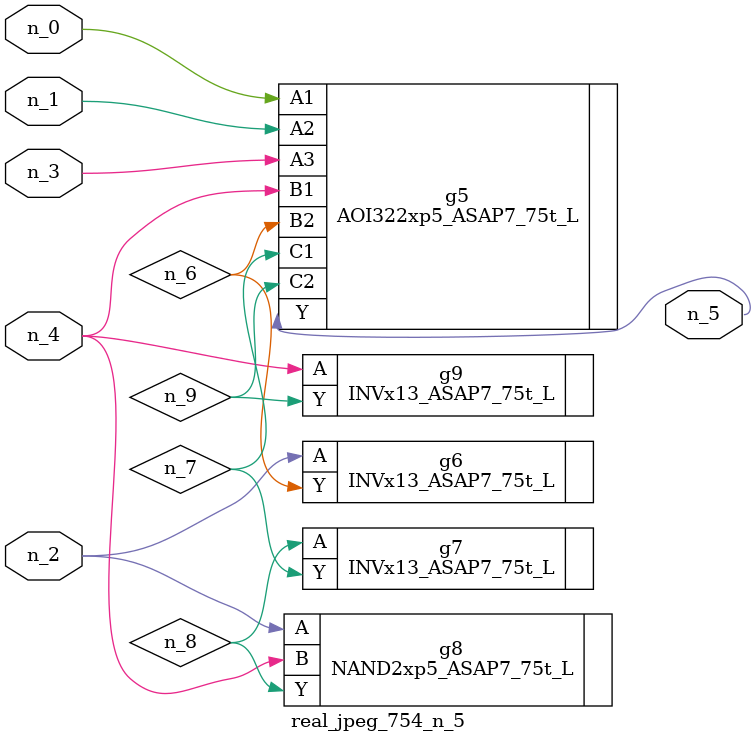
<source format=v>
module real_jpeg_754_n_5 (n_4, n_0, n_1, n_2, n_3, n_5);

input n_4;
input n_0;
input n_1;
input n_2;
input n_3;

output n_5;

wire n_8;
wire n_6;
wire n_7;
wire n_9;

AOI322xp5_ASAP7_75t_L g5 ( 
.A1(n_0),
.A2(n_1),
.A3(n_3),
.B1(n_4),
.B2(n_6),
.C1(n_7),
.C2(n_9),
.Y(n_5)
);

INVx13_ASAP7_75t_L g6 ( 
.A(n_2),
.Y(n_6)
);

NAND2xp5_ASAP7_75t_L g8 ( 
.A(n_2),
.B(n_4),
.Y(n_8)
);

INVx13_ASAP7_75t_L g9 ( 
.A(n_4),
.Y(n_9)
);

INVx13_ASAP7_75t_L g7 ( 
.A(n_8),
.Y(n_7)
);


endmodule
</source>
